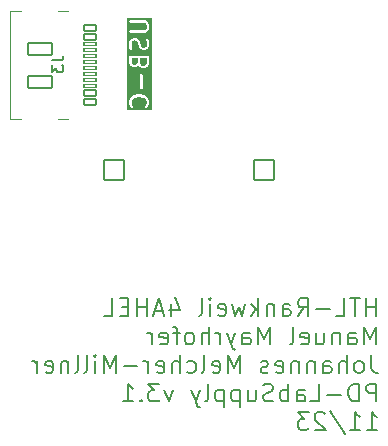
<source format=gbo>
%TF.GenerationSoftware,KiCad,Pcbnew,7.0.9-7.0.9~ubuntu22.04.1*%
%TF.CreationDate,2023-11-29T16:30:29+01:00*%
%TF.ProjectId,PD-LabSupply,50442d4c-6162-4537-9570-706c792e6b69,3.1*%
%TF.SameCoordinates,Original*%
%TF.FileFunction,Legend,Bot*%
%TF.FilePolarity,Positive*%
%FSLAX46Y46*%
G04 Gerber Fmt 4.6, Leading zero omitted, Abs format (unit mm)*
G04 Created by KiCad (PCBNEW 7.0.9-7.0.9~ubuntu22.04.1) date 2023-11-29 16:30:29*
%MOMM*%
%LPD*%
G01*
G04 APERTURE LIST*
G04 Aperture macros list*
%AMRoundRect*
0 Rectangle with rounded corners*
0 $1 Rounding radius*
0 $2 $3 $4 $5 $6 $7 $8 $9 X,Y pos of 4 corners*
0 Add a 4 corners polygon primitive as box body*
4,1,4,$2,$3,$4,$5,$6,$7,$8,$9,$2,$3,0*
0 Add four circle primitives for the rounded corners*
1,1,$1+$1,$2,$3*
1,1,$1+$1,$4,$5*
1,1,$1+$1,$6,$7*
1,1,$1+$1,$8,$9*
0 Add four rect primitives between the rounded corners*
20,1,$1+$1,$2,$3,$4,$5,0*
20,1,$1+$1,$4,$5,$6,$7,0*
20,1,$1+$1,$6,$7,$8,$9,0*
20,1,$1+$1,$8,$9,$2,$3,0*%
G04 Aperture macros list end*
%ADD10C,0.200000*%
%ADD11C,0.150000*%
%ADD12C,0.120000*%
%ADD13C,2.640000*%
%ADD14C,1.740000*%
%ADD15C,3.140000*%
%ADD16O,1.840000X1.840000*%
%ADD17RoundRect,0.070000X-0.850000X-0.850000X0.850000X-0.850000X0.850000X0.850000X-0.850000X0.850000X0*%
%ADD18RoundRect,0.070000X-0.850000X0.850000X-0.850000X-0.850000X0.850000X-0.850000X0.850000X0.850000X0*%
%ADD19RoundRect,0.070000X0.850000X-0.850000X0.850000X0.850000X-0.850000X0.850000X-0.850000X-0.850000X0*%
%ADD20O,1.740000X1.740000*%
%ADD21RoundRect,0.070000X0.800000X-0.800000X0.800000X0.800000X-0.800000X0.800000X-0.800000X-0.800000X0*%
%ADD22C,1.040000*%
%ADD23RoundRect,0.070000X-1.500000X1.500000X-1.500000X-1.500000X1.500000X-1.500000X1.500000X1.500000X0*%
%ADD24O,2.440000X1.440000*%
%ADD25O,2.740000X1.440000*%
%ADD26RoundRect,0.070000X0.500000X-0.260000X0.500000X0.260000X-0.500000X0.260000X-0.500000X-0.260000X0*%
%ADD27RoundRect,0.070000X0.500000X-0.135000X0.500000X0.135000X-0.500000X0.135000X-0.500000X-0.135000X0*%
%ADD28O,0.740000X0.990000*%
%ADD29RoundRect,0.070000X1.000000X-0.500000X1.000000X0.500000X-1.000000X0.500000X-1.000000X-0.500000X0*%
%ADD30C,0.740000*%
G04 APERTURE END LIST*
D10*
G36*
X90992828Y-48155542D02*
G01*
X90939214Y-48262769D01*
X90890734Y-48311249D01*
X90783507Y-48364863D01*
X90616435Y-48364863D01*
X90509207Y-48311249D01*
X90465944Y-48267986D01*
X90407114Y-48091493D01*
X90407114Y-47707720D01*
X90992828Y-47707720D01*
X90992828Y-48155542D01*
G37*
G36*
X90207114Y-48084113D02*
G01*
X90153499Y-48191342D01*
X90105021Y-48239819D01*
X89997792Y-48293435D01*
X89902149Y-48293435D01*
X89794919Y-48239819D01*
X89746442Y-48191341D01*
X89692828Y-48084113D01*
X89692828Y-47707720D01*
X90207114Y-47707720D01*
X90207114Y-48084113D01*
G37*
G36*
X91407114Y-52135061D02*
G01*
X89278542Y-52135061D01*
X89278542Y-51536292D01*
X89492828Y-51536292D01*
X89497836Y-51551707D01*
X89497960Y-51567915D01*
X89569389Y-51782201D01*
X89583079Y-51800747D01*
X89593546Y-51821289D01*
X89664974Y-51892716D01*
X89720041Y-51920775D01*
X89781084Y-51911107D01*
X89824786Y-51867405D01*
X89834454Y-51806362D01*
X89806395Y-51751295D01*
X89751659Y-51696558D01*
X89692828Y-51520064D01*
X89692828Y-51409662D01*
X89751659Y-51233168D01*
X89866348Y-51118478D01*
X89984876Y-51059213D01*
X90247994Y-50993435D01*
X90437662Y-50993435D01*
X90700778Y-51059213D01*
X90819308Y-51118478D01*
X90933997Y-51233167D01*
X90992828Y-51409660D01*
X90992828Y-51520066D01*
X90933997Y-51696559D01*
X90879261Y-51751295D01*
X90851202Y-51806362D01*
X90860870Y-51867404D01*
X90904571Y-51911107D01*
X90965614Y-51920775D01*
X91020681Y-51892717D01*
X91092110Y-51821289D01*
X91102575Y-51800749D01*
X91116268Y-51782201D01*
X91187696Y-51567915D01*
X91187819Y-51551707D01*
X91192828Y-51536292D01*
X91192828Y-51393435D01*
X91187819Y-51378019D01*
X91187696Y-51361812D01*
X91116268Y-51147526D01*
X91102575Y-51128977D01*
X91092110Y-51108438D01*
X90949252Y-50965581D01*
X90934811Y-50958223D01*
X90923263Y-50946849D01*
X90780407Y-50875420D01*
X90769384Y-50873759D01*
X90759938Y-50867849D01*
X90474224Y-50796421D01*
X90461808Y-50797281D01*
X90449971Y-50793435D01*
X90235685Y-50793435D01*
X90223847Y-50797281D01*
X90211431Y-50796421D01*
X89925718Y-50867849D01*
X89916271Y-50873759D01*
X89905249Y-50875420D01*
X89762392Y-50946849D01*
X89750842Y-50958224D01*
X89736403Y-50965582D01*
X89593546Y-51108438D01*
X89583079Y-51128979D01*
X89569389Y-51147526D01*
X89497960Y-51361812D01*
X89497836Y-51378019D01*
X89492828Y-51393435D01*
X89492828Y-51536292D01*
X89278542Y-51536292D01*
X89278542Y-50250578D01*
X90421400Y-50250578D01*
X90440498Y-50309357D01*
X90490498Y-50345684D01*
X90552302Y-50345684D01*
X90602302Y-50309357D01*
X90621400Y-50250578D01*
X90621400Y-49107720D01*
X90602302Y-49048941D01*
X90552302Y-49012614D01*
X90490498Y-49012614D01*
X90440498Y-49048941D01*
X90421400Y-49107720D01*
X90421400Y-50250578D01*
X89278542Y-50250578D01*
X89278542Y-48107720D01*
X89492828Y-48107720D01*
X89499951Y-48129643D01*
X89503385Y-48152441D01*
X89574814Y-48295299D01*
X89586187Y-48306846D01*
X89593546Y-48321289D01*
X89664974Y-48392716D01*
X89679413Y-48400073D01*
X89690963Y-48411449D01*
X89833820Y-48482878D01*
X89856618Y-48486311D01*
X89878542Y-48493435D01*
X90021400Y-48493435D01*
X90043323Y-48486311D01*
X90066122Y-48482878D01*
X90208978Y-48411449D01*
X90220525Y-48400075D01*
X90234968Y-48392717D01*
X90281269Y-48346414D01*
X90283674Y-48353628D01*
X90297363Y-48372173D01*
X90307831Y-48392717D01*
X90379260Y-48464146D01*
X90393702Y-48471504D01*
X90405250Y-48482878D01*
X90548107Y-48554306D01*
X90570904Y-48557739D01*
X90592828Y-48564863D01*
X90807114Y-48564863D01*
X90829037Y-48557739D01*
X90851835Y-48554306D01*
X90994692Y-48482878D01*
X91006239Y-48471504D01*
X91020682Y-48464146D01*
X91092111Y-48392717D01*
X91099469Y-48378274D01*
X91110843Y-48366727D01*
X91182271Y-48223870D01*
X91185704Y-48201072D01*
X91192828Y-48179149D01*
X91192828Y-47607720D01*
X91187934Y-47592657D01*
X91187934Y-47576818D01*
X91178624Y-47564004D01*
X91173730Y-47548941D01*
X91160916Y-47539631D01*
X91151607Y-47526818D01*
X91136543Y-47521923D01*
X91123730Y-47512614D01*
X91107891Y-47512614D01*
X91092828Y-47507720D01*
X89592828Y-47507720D01*
X89577765Y-47512614D01*
X89561926Y-47512614D01*
X89549112Y-47521923D01*
X89534049Y-47526818D01*
X89524739Y-47539631D01*
X89511926Y-47548941D01*
X89507031Y-47564004D01*
X89497722Y-47576818D01*
X89497722Y-47592657D01*
X89492828Y-47607720D01*
X89492828Y-48107720D01*
X89278542Y-48107720D01*
X89278542Y-46750578D01*
X89492828Y-46750578D01*
X89497836Y-46765993D01*
X89497960Y-46782201D01*
X89569389Y-46996487D01*
X89606094Y-47046210D01*
X89665016Y-47064861D01*
X89723648Y-47045317D01*
X89759595Y-46995043D01*
X89759125Y-46933241D01*
X89692828Y-46734350D01*
X89692828Y-46417043D01*
X89746444Y-46309811D01*
X89794920Y-46261334D01*
X89902149Y-46207721D01*
X89997793Y-46207721D01*
X90105021Y-46261334D01*
X90153498Y-46309811D01*
X90212763Y-46428340D01*
X90281528Y-46703402D01*
X90287438Y-46712848D01*
X90289099Y-46723870D01*
X90360528Y-46866728D01*
X90371902Y-46878276D01*
X90379261Y-46892718D01*
X90450690Y-46964146D01*
X90465129Y-46971503D01*
X90476678Y-46982878D01*
X90619535Y-47054307D01*
X90642333Y-47057740D01*
X90664257Y-47064864D01*
X90807114Y-47064864D01*
X90829037Y-47057740D01*
X90851836Y-47054307D01*
X90994692Y-46982878D01*
X91006240Y-46971503D01*
X91020681Y-46964146D01*
X91092110Y-46892718D01*
X91099468Y-46878277D01*
X91110843Y-46866728D01*
X91182271Y-46723870D01*
X91185704Y-46701072D01*
X91192828Y-46679149D01*
X91192828Y-46322007D01*
X91187819Y-46306591D01*
X91187696Y-46290384D01*
X91116268Y-46076098D01*
X91079563Y-46026375D01*
X91020641Y-46007723D01*
X90962009Y-46027267D01*
X90926062Y-46077542D01*
X90926532Y-46139344D01*
X90992828Y-46338232D01*
X90992828Y-46655542D01*
X90939213Y-46762771D01*
X90890737Y-46811247D01*
X90783506Y-46864864D01*
X90687864Y-46864864D01*
X90580633Y-46811248D01*
X90532156Y-46762771D01*
X90472893Y-46644245D01*
X90404128Y-46369182D01*
X90398217Y-46359735D01*
X90396557Y-46348713D01*
X90325128Y-46205856D01*
X90313753Y-46194307D01*
X90306396Y-46179868D01*
X90234968Y-46108439D01*
X90220526Y-46101080D01*
X90208978Y-46089706D01*
X90066121Y-46018278D01*
X90043323Y-46014844D01*
X90021400Y-46007721D01*
X89878542Y-46007721D01*
X89856618Y-46014844D01*
X89833821Y-46018278D01*
X89690964Y-46089706D01*
X89679415Y-46101080D01*
X89664974Y-46108439D01*
X89593546Y-46179868D01*
X89586188Y-46194308D01*
X89574814Y-46205857D01*
X89503385Y-46348713D01*
X89499951Y-46371511D01*
X89492828Y-46393435D01*
X89492828Y-46750578D01*
X89278542Y-46750578D01*
X89278542Y-45495765D01*
X89497722Y-45495765D01*
X89534049Y-45545765D01*
X89592828Y-45564863D01*
X90807114Y-45564863D01*
X90829037Y-45557739D01*
X90851835Y-45554306D01*
X90994692Y-45482878D01*
X91006239Y-45471504D01*
X91020682Y-45464146D01*
X91092111Y-45392717D01*
X91099469Y-45378274D01*
X91110843Y-45366727D01*
X91182271Y-45223870D01*
X91185704Y-45201072D01*
X91192828Y-45179149D01*
X91192828Y-44893435D01*
X91185704Y-44871511D01*
X91182271Y-44848714D01*
X91110843Y-44705857D01*
X91099469Y-44694309D01*
X91092111Y-44679867D01*
X91020682Y-44608438D01*
X91006239Y-44601079D01*
X90994692Y-44589706D01*
X90851836Y-44518277D01*
X90829037Y-44514843D01*
X90807114Y-44507720D01*
X89592828Y-44507720D01*
X89534049Y-44526818D01*
X89497722Y-44576818D01*
X89497722Y-44638622D01*
X89534049Y-44688622D01*
X89592828Y-44707720D01*
X90783506Y-44707720D01*
X90890734Y-44761334D01*
X90939214Y-44809814D01*
X90992828Y-44917041D01*
X90992828Y-45155542D01*
X90939214Y-45262769D01*
X90890734Y-45311249D01*
X90783507Y-45364863D01*
X89592828Y-45364863D01*
X89534049Y-45383961D01*
X89497722Y-45433961D01*
X89497722Y-45495765D01*
X89278542Y-45495765D01*
X89278542Y-44293434D01*
X91407114Y-44293434D01*
X91407114Y-52135061D01*
G37*
X110406879Y-69541628D02*
X110406879Y-68041628D01*
X110406879Y-68755914D02*
X109549736Y-68755914D01*
X109549736Y-69541628D02*
X109549736Y-68041628D01*
X109049735Y-68041628D02*
X108192593Y-68041628D01*
X108621164Y-69541628D02*
X108621164Y-68041628D01*
X106978307Y-69541628D02*
X107692593Y-69541628D01*
X107692593Y-69541628D02*
X107692593Y-68041628D01*
X106478307Y-68970200D02*
X105335450Y-68970200D01*
X103764021Y-69541628D02*
X104264021Y-68827342D01*
X104621164Y-69541628D02*
X104621164Y-68041628D01*
X104621164Y-68041628D02*
X104049735Y-68041628D01*
X104049735Y-68041628D02*
X103906878Y-68113057D01*
X103906878Y-68113057D02*
X103835449Y-68184485D01*
X103835449Y-68184485D02*
X103764021Y-68327342D01*
X103764021Y-68327342D02*
X103764021Y-68541628D01*
X103764021Y-68541628D02*
X103835449Y-68684485D01*
X103835449Y-68684485D02*
X103906878Y-68755914D01*
X103906878Y-68755914D02*
X104049735Y-68827342D01*
X104049735Y-68827342D02*
X104621164Y-68827342D01*
X102478307Y-69541628D02*
X102478307Y-68755914D01*
X102478307Y-68755914D02*
X102549735Y-68613057D01*
X102549735Y-68613057D02*
X102692592Y-68541628D01*
X102692592Y-68541628D02*
X102978307Y-68541628D01*
X102978307Y-68541628D02*
X103121164Y-68613057D01*
X102478307Y-69470200D02*
X102621164Y-69541628D01*
X102621164Y-69541628D02*
X102978307Y-69541628D01*
X102978307Y-69541628D02*
X103121164Y-69470200D01*
X103121164Y-69470200D02*
X103192592Y-69327342D01*
X103192592Y-69327342D02*
X103192592Y-69184485D01*
X103192592Y-69184485D02*
X103121164Y-69041628D01*
X103121164Y-69041628D02*
X102978307Y-68970200D01*
X102978307Y-68970200D02*
X102621164Y-68970200D01*
X102621164Y-68970200D02*
X102478307Y-68898771D01*
X101764021Y-68541628D02*
X101764021Y-69541628D01*
X101764021Y-68684485D02*
X101692592Y-68613057D01*
X101692592Y-68613057D02*
X101549735Y-68541628D01*
X101549735Y-68541628D02*
X101335449Y-68541628D01*
X101335449Y-68541628D02*
X101192592Y-68613057D01*
X101192592Y-68613057D02*
X101121164Y-68755914D01*
X101121164Y-68755914D02*
X101121164Y-69541628D01*
X100406878Y-69541628D02*
X100406878Y-68041628D01*
X100264021Y-68970200D02*
X99835449Y-69541628D01*
X99835449Y-68541628D02*
X100406878Y-69113057D01*
X99335449Y-68541628D02*
X99049735Y-69541628D01*
X99049735Y-69541628D02*
X98764020Y-68827342D01*
X98764020Y-68827342D02*
X98478306Y-69541628D01*
X98478306Y-69541628D02*
X98192592Y-68541628D01*
X97049734Y-69470200D02*
X97192591Y-69541628D01*
X97192591Y-69541628D02*
X97478306Y-69541628D01*
X97478306Y-69541628D02*
X97621163Y-69470200D01*
X97621163Y-69470200D02*
X97692591Y-69327342D01*
X97692591Y-69327342D02*
X97692591Y-68755914D01*
X97692591Y-68755914D02*
X97621163Y-68613057D01*
X97621163Y-68613057D02*
X97478306Y-68541628D01*
X97478306Y-68541628D02*
X97192591Y-68541628D01*
X97192591Y-68541628D02*
X97049734Y-68613057D01*
X97049734Y-68613057D02*
X96978306Y-68755914D01*
X96978306Y-68755914D02*
X96978306Y-68898771D01*
X96978306Y-68898771D02*
X97692591Y-69041628D01*
X96335449Y-69541628D02*
X96335449Y-68541628D01*
X96335449Y-68041628D02*
X96406877Y-68113057D01*
X96406877Y-68113057D02*
X96335449Y-68184485D01*
X96335449Y-68184485D02*
X96264020Y-68113057D01*
X96264020Y-68113057D02*
X96335449Y-68041628D01*
X96335449Y-68041628D02*
X96335449Y-68184485D01*
X95406877Y-69541628D02*
X95549734Y-69470200D01*
X95549734Y-69470200D02*
X95621163Y-69327342D01*
X95621163Y-69327342D02*
X95621163Y-68041628D01*
X93049735Y-68541628D02*
X93049735Y-69541628D01*
X93406877Y-67970200D02*
X93764020Y-69041628D01*
X93764020Y-69041628D02*
X92835449Y-69041628D01*
X92335449Y-69113057D02*
X91621164Y-69113057D01*
X92478306Y-69541628D02*
X91978306Y-68041628D01*
X91978306Y-68041628D02*
X91478306Y-69541628D01*
X90978307Y-69541628D02*
X90978307Y-68041628D01*
X90978307Y-68755914D02*
X90121164Y-68755914D01*
X90121164Y-69541628D02*
X90121164Y-68041628D01*
X89406878Y-68755914D02*
X88906878Y-68755914D01*
X88692592Y-69541628D02*
X89406878Y-69541628D01*
X89406878Y-69541628D02*
X89406878Y-68041628D01*
X89406878Y-68041628D02*
X88692592Y-68041628D01*
X87335449Y-69541628D02*
X88049735Y-69541628D01*
X88049735Y-69541628D02*
X88049735Y-68041628D01*
X110406879Y-71956628D02*
X110406879Y-70456628D01*
X110406879Y-70456628D02*
X109906879Y-71528057D01*
X109906879Y-71528057D02*
X109406879Y-70456628D01*
X109406879Y-70456628D02*
X109406879Y-71956628D01*
X108049736Y-71956628D02*
X108049736Y-71170914D01*
X108049736Y-71170914D02*
X108121164Y-71028057D01*
X108121164Y-71028057D02*
X108264021Y-70956628D01*
X108264021Y-70956628D02*
X108549736Y-70956628D01*
X108549736Y-70956628D02*
X108692593Y-71028057D01*
X108049736Y-71885200D02*
X108192593Y-71956628D01*
X108192593Y-71956628D02*
X108549736Y-71956628D01*
X108549736Y-71956628D02*
X108692593Y-71885200D01*
X108692593Y-71885200D02*
X108764021Y-71742342D01*
X108764021Y-71742342D02*
X108764021Y-71599485D01*
X108764021Y-71599485D02*
X108692593Y-71456628D01*
X108692593Y-71456628D02*
X108549736Y-71385200D01*
X108549736Y-71385200D02*
X108192593Y-71385200D01*
X108192593Y-71385200D02*
X108049736Y-71313771D01*
X107335450Y-70956628D02*
X107335450Y-71956628D01*
X107335450Y-71099485D02*
X107264021Y-71028057D01*
X107264021Y-71028057D02*
X107121164Y-70956628D01*
X107121164Y-70956628D02*
X106906878Y-70956628D01*
X106906878Y-70956628D02*
X106764021Y-71028057D01*
X106764021Y-71028057D02*
X106692593Y-71170914D01*
X106692593Y-71170914D02*
X106692593Y-71956628D01*
X105335450Y-70956628D02*
X105335450Y-71956628D01*
X105978307Y-70956628D02*
X105978307Y-71742342D01*
X105978307Y-71742342D02*
X105906878Y-71885200D01*
X105906878Y-71885200D02*
X105764021Y-71956628D01*
X105764021Y-71956628D02*
X105549735Y-71956628D01*
X105549735Y-71956628D02*
X105406878Y-71885200D01*
X105406878Y-71885200D02*
X105335450Y-71813771D01*
X104049735Y-71885200D02*
X104192592Y-71956628D01*
X104192592Y-71956628D02*
X104478307Y-71956628D01*
X104478307Y-71956628D02*
X104621164Y-71885200D01*
X104621164Y-71885200D02*
X104692592Y-71742342D01*
X104692592Y-71742342D02*
X104692592Y-71170914D01*
X104692592Y-71170914D02*
X104621164Y-71028057D01*
X104621164Y-71028057D02*
X104478307Y-70956628D01*
X104478307Y-70956628D02*
X104192592Y-70956628D01*
X104192592Y-70956628D02*
X104049735Y-71028057D01*
X104049735Y-71028057D02*
X103978307Y-71170914D01*
X103978307Y-71170914D02*
X103978307Y-71313771D01*
X103978307Y-71313771D02*
X104692592Y-71456628D01*
X103121164Y-71956628D02*
X103264021Y-71885200D01*
X103264021Y-71885200D02*
X103335450Y-71742342D01*
X103335450Y-71742342D02*
X103335450Y-70456628D01*
X101406879Y-71956628D02*
X101406879Y-70456628D01*
X101406879Y-70456628D02*
X100906879Y-71528057D01*
X100906879Y-71528057D02*
X100406879Y-70456628D01*
X100406879Y-70456628D02*
X100406879Y-71956628D01*
X99049736Y-71956628D02*
X99049736Y-71170914D01*
X99049736Y-71170914D02*
X99121164Y-71028057D01*
X99121164Y-71028057D02*
X99264021Y-70956628D01*
X99264021Y-70956628D02*
X99549736Y-70956628D01*
X99549736Y-70956628D02*
X99692593Y-71028057D01*
X99049736Y-71885200D02*
X99192593Y-71956628D01*
X99192593Y-71956628D02*
X99549736Y-71956628D01*
X99549736Y-71956628D02*
X99692593Y-71885200D01*
X99692593Y-71885200D02*
X99764021Y-71742342D01*
X99764021Y-71742342D02*
X99764021Y-71599485D01*
X99764021Y-71599485D02*
X99692593Y-71456628D01*
X99692593Y-71456628D02*
X99549736Y-71385200D01*
X99549736Y-71385200D02*
X99192593Y-71385200D01*
X99192593Y-71385200D02*
X99049736Y-71313771D01*
X98478307Y-70956628D02*
X98121164Y-71956628D01*
X97764021Y-70956628D02*
X98121164Y-71956628D01*
X98121164Y-71956628D02*
X98264021Y-72313771D01*
X98264021Y-72313771D02*
X98335450Y-72385200D01*
X98335450Y-72385200D02*
X98478307Y-72456628D01*
X97192593Y-71956628D02*
X97192593Y-70956628D01*
X97192593Y-71242342D02*
X97121164Y-71099485D01*
X97121164Y-71099485D02*
X97049736Y-71028057D01*
X97049736Y-71028057D02*
X96906878Y-70956628D01*
X96906878Y-70956628D02*
X96764021Y-70956628D01*
X96264022Y-71956628D02*
X96264022Y-70456628D01*
X95621165Y-71956628D02*
X95621165Y-71170914D01*
X95621165Y-71170914D02*
X95692593Y-71028057D01*
X95692593Y-71028057D02*
X95835450Y-70956628D01*
X95835450Y-70956628D02*
X96049736Y-70956628D01*
X96049736Y-70956628D02*
X96192593Y-71028057D01*
X96192593Y-71028057D02*
X96264022Y-71099485D01*
X94692593Y-71956628D02*
X94835450Y-71885200D01*
X94835450Y-71885200D02*
X94906879Y-71813771D01*
X94906879Y-71813771D02*
X94978307Y-71670914D01*
X94978307Y-71670914D02*
X94978307Y-71242342D01*
X94978307Y-71242342D02*
X94906879Y-71099485D01*
X94906879Y-71099485D02*
X94835450Y-71028057D01*
X94835450Y-71028057D02*
X94692593Y-70956628D01*
X94692593Y-70956628D02*
X94478307Y-70956628D01*
X94478307Y-70956628D02*
X94335450Y-71028057D01*
X94335450Y-71028057D02*
X94264022Y-71099485D01*
X94264022Y-71099485D02*
X94192593Y-71242342D01*
X94192593Y-71242342D02*
X94192593Y-71670914D01*
X94192593Y-71670914D02*
X94264022Y-71813771D01*
X94264022Y-71813771D02*
X94335450Y-71885200D01*
X94335450Y-71885200D02*
X94478307Y-71956628D01*
X94478307Y-71956628D02*
X94692593Y-71956628D01*
X93764021Y-70956628D02*
X93192593Y-70956628D01*
X93549736Y-71956628D02*
X93549736Y-70670914D01*
X93549736Y-70670914D02*
X93478307Y-70528057D01*
X93478307Y-70528057D02*
X93335450Y-70456628D01*
X93335450Y-70456628D02*
X93192593Y-70456628D01*
X92121164Y-71885200D02*
X92264021Y-71956628D01*
X92264021Y-71956628D02*
X92549736Y-71956628D01*
X92549736Y-71956628D02*
X92692593Y-71885200D01*
X92692593Y-71885200D02*
X92764021Y-71742342D01*
X92764021Y-71742342D02*
X92764021Y-71170914D01*
X92764021Y-71170914D02*
X92692593Y-71028057D01*
X92692593Y-71028057D02*
X92549736Y-70956628D01*
X92549736Y-70956628D02*
X92264021Y-70956628D01*
X92264021Y-70956628D02*
X92121164Y-71028057D01*
X92121164Y-71028057D02*
X92049736Y-71170914D01*
X92049736Y-71170914D02*
X92049736Y-71313771D01*
X92049736Y-71313771D02*
X92764021Y-71456628D01*
X91406879Y-71956628D02*
X91406879Y-70956628D01*
X91406879Y-71242342D02*
X91335450Y-71099485D01*
X91335450Y-71099485D02*
X91264022Y-71028057D01*
X91264022Y-71028057D02*
X91121164Y-70956628D01*
X91121164Y-70956628D02*
X90978307Y-70956628D01*
X109978307Y-72871628D02*
X109978307Y-73943057D01*
X109978307Y-73943057D02*
X110049736Y-74157342D01*
X110049736Y-74157342D02*
X110192593Y-74300200D01*
X110192593Y-74300200D02*
X110406879Y-74371628D01*
X110406879Y-74371628D02*
X110549736Y-74371628D01*
X109049736Y-74371628D02*
X109192593Y-74300200D01*
X109192593Y-74300200D02*
X109264022Y-74228771D01*
X109264022Y-74228771D02*
X109335450Y-74085914D01*
X109335450Y-74085914D02*
X109335450Y-73657342D01*
X109335450Y-73657342D02*
X109264022Y-73514485D01*
X109264022Y-73514485D02*
X109192593Y-73443057D01*
X109192593Y-73443057D02*
X109049736Y-73371628D01*
X109049736Y-73371628D02*
X108835450Y-73371628D01*
X108835450Y-73371628D02*
X108692593Y-73443057D01*
X108692593Y-73443057D02*
X108621165Y-73514485D01*
X108621165Y-73514485D02*
X108549736Y-73657342D01*
X108549736Y-73657342D02*
X108549736Y-74085914D01*
X108549736Y-74085914D02*
X108621165Y-74228771D01*
X108621165Y-74228771D02*
X108692593Y-74300200D01*
X108692593Y-74300200D02*
X108835450Y-74371628D01*
X108835450Y-74371628D02*
X109049736Y-74371628D01*
X107906879Y-74371628D02*
X107906879Y-72871628D01*
X107264022Y-74371628D02*
X107264022Y-73585914D01*
X107264022Y-73585914D02*
X107335450Y-73443057D01*
X107335450Y-73443057D02*
X107478307Y-73371628D01*
X107478307Y-73371628D02*
X107692593Y-73371628D01*
X107692593Y-73371628D02*
X107835450Y-73443057D01*
X107835450Y-73443057D02*
X107906879Y-73514485D01*
X105906879Y-74371628D02*
X105906879Y-73585914D01*
X105906879Y-73585914D02*
X105978307Y-73443057D01*
X105978307Y-73443057D02*
X106121164Y-73371628D01*
X106121164Y-73371628D02*
X106406879Y-73371628D01*
X106406879Y-73371628D02*
X106549736Y-73443057D01*
X105906879Y-74300200D02*
X106049736Y-74371628D01*
X106049736Y-74371628D02*
X106406879Y-74371628D01*
X106406879Y-74371628D02*
X106549736Y-74300200D01*
X106549736Y-74300200D02*
X106621164Y-74157342D01*
X106621164Y-74157342D02*
X106621164Y-74014485D01*
X106621164Y-74014485D02*
X106549736Y-73871628D01*
X106549736Y-73871628D02*
X106406879Y-73800200D01*
X106406879Y-73800200D02*
X106049736Y-73800200D01*
X106049736Y-73800200D02*
X105906879Y-73728771D01*
X105192593Y-73371628D02*
X105192593Y-74371628D01*
X105192593Y-73514485D02*
X105121164Y-73443057D01*
X105121164Y-73443057D02*
X104978307Y-73371628D01*
X104978307Y-73371628D02*
X104764021Y-73371628D01*
X104764021Y-73371628D02*
X104621164Y-73443057D01*
X104621164Y-73443057D02*
X104549736Y-73585914D01*
X104549736Y-73585914D02*
X104549736Y-74371628D01*
X103835450Y-73371628D02*
X103835450Y-74371628D01*
X103835450Y-73514485D02*
X103764021Y-73443057D01*
X103764021Y-73443057D02*
X103621164Y-73371628D01*
X103621164Y-73371628D02*
X103406878Y-73371628D01*
X103406878Y-73371628D02*
X103264021Y-73443057D01*
X103264021Y-73443057D02*
X103192593Y-73585914D01*
X103192593Y-73585914D02*
X103192593Y-74371628D01*
X101906878Y-74300200D02*
X102049735Y-74371628D01*
X102049735Y-74371628D02*
X102335450Y-74371628D01*
X102335450Y-74371628D02*
X102478307Y-74300200D01*
X102478307Y-74300200D02*
X102549735Y-74157342D01*
X102549735Y-74157342D02*
X102549735Y-73585914D01*
X102549735Y-73585914D02*
X102478307Y-73443057D01*
X102478307Y-73443057D02*
X102335450Y-73371628D01*
X102335450Y-73371628D02*
X102049735Y-73371628D01*
X102049735Y-73371628D02*
X101906878Y-73443057D01*
X101906878Y-73443057D02*
X101835450Y-73585914D01*
X101835450Y-73585914D02*
X101835450Y-73728771D01*
X101835450Y-73728771D02*
X102549735Y-73871628D01*
X101264021Y-74300200D02*
X101121164Y-74371628D01*
X101121164Y-74371628D02*
X100835450Y-74371628D01*
X100835450Y-74371628D02*
X100692593Y-74300200D01*
X100692593Y-74300200D02*
X100621164Y-74157342D01*
X100621164Y-74157342D02*
X100621164Y-74085914D01*
X100621164Y-74085914D02*
X100692593Y-73943057D01*
X100692593Y-73943057D02*
X100835450Y-73871628D01*
X100835450Y-73871628D02*
X101049736Y-73871628D01*
X101049736Y-73871628D02*
X101192593Y-73800200D01*
X101192593Y-73800200D02*
X101264021Y-73657342D01*
X101264021Y-73657342D02*
X101264021Y-73585914D01*
X101264021Y-73585914D02*
X101192593Y-73443057D01*
X101192593Y-73443057D02*
X101049736Y-73371628D01*
X101049736Y-73371628D02*
X100835450Y-73371628D01*
X100835450Y-73371628D02*
X100692593Y-73443057D01*
X98835450Y-74371628D02*
X98835450Y-72871628D01*
X98835450Y-72871628D02*
X98335450Y-73943057D01*
X98335450Y-73943057D02*
X97835450Y-72871628D01*
X97835450Y-72871628D02*
X97835450Y-74371628D01*
X96549735Y-74300200D02*
X96692592Y-74371628D01*
X96692592Y-74371628D02*
X96978307Y-74371628D01*
X96978307Y-74371628D02*
X97121164Y-74300200D01*
X97121164Y-74300200D02*
X97192592Y-74157342D01*
X97192592Y-74157342D02*
X97192592Y-73585914D01*
X97192592Y-73585914D02*
X97121164Y-73443057D01*
X97121164Y-73443057D02*
X96978307Y-73371628D01*
X96978307Y-73371628D02*
X96692592Y-73371628D01*
X96692592Y-73371628D02*
X96549735Y-73443057D01*
X96549735Y-73443057D02*
X96478307Y-73585914D01*
X96478307Y-73585914D02*
X96478307Y-73728771D01*
X96478307Y-73728771D02*
X97192592Y-73871628D01*
X95621164Y-74371628D02*
X95764021Y-74300200D01*
X95764021Y-74300200D02*
X95835450Y-74157342D01*
X95835450Y-74157342D02*
X95835450Y-72871628D01*
X94406879Y-74300200D02*
X94549736Y-74371628D01*
X94549736Y-74371628D02*
X94835450Y-74371628D01*
X94835450Y-74371628D02*
X94978307Y-74300200D01*
X94978307Y-74300200D02*
X95049736Y-74228771D01*
X95049736Y-74228771D02*
X95121164Y-74085914D01*
X95121164Y-74085914D02*
X95121164Y-73657342D01*
X95121164Y-73657342D02*
X95049736Y-73514485D01*
X95049736Y-73514485D02*
X94978307Y-73443057D01*
X94978307Y-73443057D02*
X94835450Y-73371628D01*
X94835450Y-73371628D02*
X94549736Y-73371628D01*
X94549736Y-73371628D02*
X94406879Y-73443057D01*
X93764022Y-74371628D02*
X93764022Y-72871628D01*
X93121165Y-74371628D02*
X93121165Y-73585914D01*
X93121165Y-73585914D02*
X93192593Y-73443057D01*
X93192593Y-73443057D02*
X93335450Y-73371628D01*
X93335450Y-73371628D02*
X93549736Y-73371628D01*
X93549736Y-73371628D02*
X93692593Y-73443057D01*
X93692593Y-73443057D02*
X93764022Y-73514485D01*
X91835450Y-74300200D02*
X91978307Y-74371628D01*
X91978307Y-74371628D02*
X92264022Y-74371628D01*
X92264022Y-74371628D02*
X92406879Y-74300200D01*
X92406879Y-74300200D02*
X92478307Y-74157342D01*
X92478307Y-74157342D02*
X92478307Y-73585914D01*
X92478307Y-73585914D02*
X92406879Y-73443057D01*
X92406879Y-73443057D02*
X92264022Y-73371628D01*
X92264022Y-73371628D02*
X91978307Y-73371628D01*
X91978307Y-73371628D02*
X91835450Y-73443057D01*
X91835450Y-73443057D02*
X91764022Y-73585914D01*
X91764022Y-73585914D02*
X91764022Y-73728771D01*
X91764022Y-73728771D02*
X92478307Y-73871628D01*
X91121165Y-74371628D02*
X91121165Y-73371628D01*
X91121165Y-73657342D02*
X91049736Y-73514485D01*
X91049736Y-73514485D02*
X90978308Y-73443057D01*
X90978308Y-73443057D02*
X90835450Y-73371628D01*
X90835450Y-73371628D02*
X90692593Y-73371628D01*
X90192594Y-73800200D02*
X89049737Y-73800200D01*
X88335451Y-74371628D02*
X88335451Y-72871628D01*
X88335451Y-72871628D02*
X87835451Y-73943057D01*
X87835451Y-73943057D02*
X87335451Y-72871628D01*
X87335451Y-72871628D02*
X87335451Y-74371628D01*
X86621165Y-74371628D02*
X86621165Y-73371628D01*
X86621165Y-72871628D02*
X86692593Y-72943057D01*
X86692593Y-72943057D02*
X86621165Y-73014485D01*
X86621165Y-73014485D02*
X86549736Y-72943057D01*
X86549736Y-72943057D02*
X86621165Y-72871628D01*
X86621165Y-72871628D02*
X86621165Y-73014485D01*
X85692593Y-74371628D02*
X85835450Y-74300200D01*
X85835450Y-74300200D02*
X85906879Y-74157342D01*
X85906879Y-74157342D02*
X85906879Y-72871628D01*
X84906879Y-74371628D02*
X85049736Y-74300200D01*
X85049736Y-74300200D02*
X85121165Y-74157342D01*
X85121165Y-74157342D02*
X85121165Y-72871628D01*
X84335451Y-73371628D02*
X84335451Y-74371628D01*
X84335451Y-73514485D02*
X84264022Y-73443057D01*
X84264022Y-73443057D02*
X84121165Y-73371628D01*
X84121165Y-73371628D02*
X83906879Y-73371628D01*
X83906879Y-73371628D02*
X83764022Y-73443057D01*
X83764022Y-73443057D02*
X83692594Y-73585914D01*
X83692594Y-73585914D02*
X83692594Y-74371628D01*
X82406879Y-74300200D02*
X82549736Y-74371628D01*
X82549736Y-74371628D02*
X82835451Y-74371628D01*
X82835451Y-74371628D02*
X82978308Y-74300200D01*
X82978308Y-74300200D02*
X83049736Y-74157342D01*
X83049736Y-74157342D02*
X83049736Y-73585914D01*
X83049736Y-73585914D02*
X82978308Y-73443057D01*
X82978308Y-73443057D02*
X82835451Y-73371628D01*
X82835451Y-73371628D02*
X82549736Y-73371628D01*
X82549736Y-73371628D02*
X82406879Y-73443057D01*
X82406879Y-73443057D02*
X82335451Y-73585914D01*
X82335451Y-73585914D02*
X82335451Y-73728771D01*
X82335451Y-73728771D02*
X83049736Y-73871628D01*
X81692594Y-74371628D02*
X81692594Y-73371628D01*
X81692594Y-73657342D02*
X81621165Y-73514485D01*
X81621165Y-73514485D02*
X81549737Y-73443057D01*
X81549737Y-73443057D02*
X81406879Y-73371628D01*
X81406879Y-73371628D02*
X81264022Y-73371628D01*
X110406879Y-76786628D02*
X110406879Y-75286628D01*
X110406879Y-75286628D02*
X109835450Y-75286628D01*
X109835450Y-75286628D02*
X109692593Y-75358057D01*
X109692593Y-75358057D02*
X109621164Y-75429485D01*
X109621164Y-75429485D02*
X109549736Y-75572342D01*
X109549736Y-75572342D02*
X109549736Y-75786628D01*
X109549736Y-75786628D02*
X109621164Y-75929485D01*
X109621164Y-75929485D02*
X109692593Y-76000914D01*
X109692593Y-76000914D02*
X109835450Y-76072342D01*
X109835450Y-76072342D02*
X110406879Y-76072342D01*
X108906879Y-76786628D02*
X108906879Y-75286628D01*
X108906879Y-75286628D02*
X108549736Y-75286628D01*
X108549736Y-75286628D02*
X108335450Y-75358057D01*
X108335450Y-75358057D02*
X108192593Y-75500914D01*
X108192593Y-75500914D02*
X108121164Y-75643771D01*
X108121164Y-75643771D02*
X108049736Y-75929485D01*
X108049736Y-75929485D02*
X108049736Y-76143771D01*
X108049736Y-76143771D02*
X108121164Y-76429485D01*
X108121164Y-76429485D02*
X108192593Y-76572342D01*
X108192593Y-76572342D02*
X108335450Y-76715200D01*
X108335450Y-76715200D02*
X108549736Y-76786628D01*
X108549736Y-76786628D02*
X108906879Y-76786628D01*
X107406879Y-76215200D02*
X106264022Y-76215200D01*
X104835450Y-76786628D02*
X105549736Y-76786628D01*
X105549736Y-76786628D02*
X105549736Y-75286628D01*
X103692593Y-76786628D02*
X103692593Y-76000914D01*
X103692593Y-76000914D02*
X103764021Y-75858057D01*
X103764021Y-75858057D02*
X103906878Y-75786628D01*
X103906878Y-75786628D02*
X104192593Y-75786628D01*
X104192593Y-75786628D02*
X104335450Y-75858057D01*
X103692593Y-76715200D02*
X103835450Y-76786628D01*
X103835450Y-76786628D02*
X104192593Y-76786628D01*
X104192593Y-76786628D02*
X104335450Y-76715200D01*
X104335450Y-76715200D02*
X104406878Y-76572342D01*
X104406878Y-76572342D02*
X104406878Y-76429485D01*
X104406878Y-76429485D02*
X104335450Y-76286628D01*
X104335450Y-76286628D02*
X104192593Y-76215200D01*
X104192593Y-76215200D02*
X103835450Y-76215200D01*
X103835450Y-76215200D02*
X103692593Y-76143771D01*
X102978307Y-76786628D02*
X102978307Y-75286628D01*
X102978307Y-75858057D02*
X102835450Y-75786628D01*
X102835450Y-75786628D02*
X102549735Y-75786628D01*
X102549735Y-75786628D02*
X102406878Y-75858057D01*
X102406878Y-75858057D02*
X102335450Y-75929485D01*
X102335450Y-75929485D02*
X102264021Y-76072342D01*
X102264021Y-76072342D02*
X102264021Y-76500914D01*
X102264021Y-76500914D02*
X102335450Y-76643771D01*
X102335450Y-76643771D02*
X102406878Y-76715200D01*
X102406878Y-76715200D02*
X102549735Y-76786628D01*
X102549735Y-76786628D02*
X102835450Y-76786628D01*
X102835450Y-76786628D02*
X102978307Y-76715200D01*
X101692592Y-76715200D02*
X101478307Y-76786628D01*
X101478307Y-76786628D02*
X101121164Y-76786628D01*
X101121164Y-76786628D02*
X100978307Y-76715200D01*
X100978307Y-76715200D02*
X100906878Y-76643771D01*
X100906878Y-76643771D02*
X100835449Y-76500914D01*
X100835449Y-76500914D02*
X100835449Y-76358057D01*
X100835449Y-76358057D02*
X100906878Y-76215200D01*
X100906878Y-76215200D02*
X100978307Y-76143771D01*
X100978307Y-76143771D02*
X101121164Y-76072342D01*
X101121164Y-76072342D02*
X101406878Y-76000914D01*
X101406878Y-76000914D02*
X101549735Y-75929485D01*
X101549735Y-75929485D02*
X101621164Y-75858057D01*
X101621164Y-75858057D02*
X101692592Y-75715200D01*
X101692592Y-75715200D02*
X101692592Y-75572342D01*
X101692592Y-75572342D02*
X101621164Y-75429485D01*
X101621164Y-75429485D02*
X101549735Y-75358057D01*
X101549735Y-75358057D02*
X101406878Y-75286628D01*
X101406878Y-75286628D02*
X101049735Y-75286628D01*
X101049735Y-75286628D02*
X100835449Y-75358057D01*
X99549736Y-75786628D02*
X99549736Y-76786628D01*
X100192593Y-75786628D02*
X100192593Y-76572342D01*
X100192593Y-76572342D02*
X100121164Y-76715200D01*
X100121164Y-76715200D02*
X99978307Y-76786628D01*
X99978307Y-76786628D02*
X99764021Y-76786628D01*
X99764021Y-76786628D02*
X99621164Y-76715200D01*
X99621164Y-76715200D02*
X99549736Y-76643771D01*
X98835450Y-75786628D02*
X98835450Y-77286628D01*
X98835450Y-75858057D02*
X98692593Y-75786628D01*
X98692593Y-75786628D02*
X98406878Y-75786628D01*
X98406878Y-75786628D02*
X98264021Y-75858057D01*
X98264021Y-75858057D02*
X98192593Y-75929485D01*
X98192593Y-75929485D02*
X98121164Y-76072342D01*
X98121164Y-76072342D02*
X98121164Y-76500914D01*
X98121164Y-76500914D02*
X98192593Y-76643771D01*
X98192593Y-76643771D02*
X98264021Y-76715200D01*
X98264021Y-76715200D02*
X98406878Y-76786628D01*
X98406878Y-76786628D02*
X98692593Y-76786628D01*
X98692593Y-76786628D02*
X98835450Y-76715200D01*
X97478307Y-75786628D02*
X97478307Y-77286628D01*
X97478307Y-75858057D02*
X97335450Y-75786628D01*
X97335450Y-75786628D02*
X97049735Y-75786628D01*
X97049735Y-75786628D02*
X96906878Y-75858057D01*
X96906878Y-75858057D02*
X96835450Y-75929485D01*
X96835450Y-75929485D02*
X96764021Y-76072342D01*
X96764021Y-76072342D02*
X96764021Y-76500914D01*
X96764021Y-76500914D02*
X96835450Y-76643771D01*
X96835450Y-76643771D02*
X96906878Y-76715200D01*
X96906878Y-76715200D02*
X97049735Y-76786628D01*
X97049735Y-76786628D02*
X97335450Y-76786628D01*
X97335450Y-76786628D02*
X97478307Y-76715200D01*
X95906878Y-76786628D02*
X96049735Y-76715200D01*
X96049735Y-76715200D02*
X96121164Y-76572342D01*
X96121164Y-76572342D02*
X96121164Y-75286628D01*
X95478307Y-75786628D02*
X95121164Y-76786628D01*
X94764021Y-75786628D02*
X95121164Y-76786628D01*
X95121164Y-76786628D02*
X95264021Y-77143771D01*
X95264021Y-77143771D02*
X95335450Y-77215200D01*
X95335450Y-77215200D02*
X95478307Y-77286628D01*
X93192593Y-75786628D02*
X92835450Y-76786628D01*
X92835450Y-76786628D02*
X92478307Y-75786628D01*
X92049736Y-75286628D02*
X91121164Y-75286628D01*
X91121164Y-75286628D02*
X91621164Y-75858057D01*
X91621164Y-75858057D02*
X91406879Y-75858057D01*
X91406879Y-75858057D02*
X91264022Y-75929485D01*
X91264022Y-75929485D02*
X91192593Y-76000914D01*
X91192593Y-76000914D02*
X91121164Y-76143771D01*
X91121164Y-76143771D02*
X91121164Y-76500914D01*
X91121164Y-76500914D02*
X91192593Y-76643771D01*
X91192593Y-76643771D02*
X91264022Y-76715200D01*
X91264022Y-76715200D02*
X91406879Y-76786628D01*
X91406879Y-76786628D02*
X91835450Y-76786628D01*
X91835450Y-76786628D02*
X91978307Y-76715200D01*
X91978307Y-76715200D02*
X92049736Y-76643771D01*
X90478308Y-76643771D02*
X90406879Y-76715200D01*
X90406879Y-76715200D02*
X90478308Y-76786628D01*
X90478308Y-76786628D02*
X90549736Y-76715200D01*
X90549736Y-76715200D02*
X90478308Y-76643771D01*
X90478308Y-76643771D02*
X90478308Y-76786628D01*
X88978307Y-76786628D02*
X89835450Y-76786628D01*
X89406879Y-76786628D02*
X89406879Y-75286628D01*
X89406879Y-75286628D02*
X89549736Y-75500914D01*
X89549736Y-75500914D02*
X89692593Y-75643771D01*
X89692593Y-75643771D02*
X89835450Y-75715200D01*
X109621164Y-79201628D02*
X110478307Y-79201628D01*
X110049736Y-79201628D02*
X110049736Y-77701628D01*
X110049736Y-77701628D02*
X110192593Y-77915914D01*
X110192593Y-77915914D02*
X110335450Y-78058771D01*
X110335450Y-78058771D02*
X110478307Y-78130200D01*
X108192593Y-79201628D02*
X109049736Y-79201628D01*
X108621165Y-79201628D02*
X108621165Y-77701628D01*
X108621165Y-77701628D02*
X108764022Y-77915914D01*
X108764022Y-77915914D02*
X108906879Y-78058771D01*
X108906879Y-78058771D02*
X109049736Y-78130200D01*
X106478308Y-77630200D02*
X107764022Y-79558771D01*
X106049736Y-77844485D02*
X105978308Y-77773057D01*
X105978308Y-77773057D02*
X105835451Y-77701628D01*
X105835451Y-77701628D02*
X105478308Y-77701628D01*
X105478308Y-77701628D02*
X105335451Y-77773057D01*
X105335451Y-77773057D02*
X105264022Y-77844485D01*
X105264022Y-77844485D02*
X105192593Y-77987342D01*
X105192593Y-77987342D02*
X105192593Y-78130200D01*
X105192593Y-78130200D02*
X105264022Y-78344485D01*
X105264022Y-78344485D02*
X106121165Y-79201628D01*
X106121165Y-79201628D02*
X105192593Y-79201628D01*
X104692594Y-77701628D02*
X103764022Y-77701628D01*
X103764022Y-77701628D02*
X104264022Y-78273057D01*
X104264022Y-78273057D02*
X104049737Y-78273057D01*
X104049737Y-78273057D02*
X103906880Y-78344485D01*
X103906880Y-78344485D02*
X103835451Y-78415914D01*
X103835451Y-78415914D02*
X103764022Y-78558771D01*
X103764022Y-78558771D02*
X103764022Y-78915914D01*
X103764022Y-78915914D02*
X103835451Y-79058771D01*
X103835451Y-79058771D02*
X103906880Y-79130200D01*
X103906880Y-79130200D02*
X104049737Y-79201628D01*
X104049737Y-79201628D02*
X104478308Y-79201628D01*
X104478308Y-79201628D02*
X104621165Y-79130200D01*
X104621165Y-79130200D02*
X104692594Y-79058771D01*
D11*
X82918419Y-47900466D02*
X83632704Y-47900466D01*
X83632704Y-47900466D02*
X83775561Y-47852847D01*
X83775561Y-47852847D02*
X83870800Y-47757609D01*
X83870800Y-47757609D02*
X83918419Y-47614752D01*
X83918419Y-47614752D02*
X83918419Y-47519514D01*
X82918419Y-48281419D02*
X82918419Y-48900466D01*
X82918419Y-48900466D02*
X83299371Y-48567133D01*
X83299371Y-48567133D02*
X83299371Y-48709990D01*
X83299371Y-48709990D02*
X83346990Y-48805228D01*
X83346990Y-48805228D02*
X83394609Y-48852847D01*
X83394609Y-48852847D02*
X83489847Y-48900466D01*
X83489847Y-48900466D02*
X83727942Y-48900466D01*
X83727942Y-48900466D02*
X83823180Y-48852847D01*
X83823180Y-48852847D02*
X83870800Y-48805228D01*
X83870800Y-48805228D02*
X83918419Y-48709990D01*
X83918419Y-48709990D02*
X83918419Y-48424276D01*
X83918419Y-48424276D02*
X83870800Y-48329038D01*
X83870800Y-48329038D02*
X83823180Y-48281419D01*
D12*
X84321000Y-43730000D02*
X83466000Y-43730000D01*
X80346000Y-43730000D02*
X79396000Y-43730000D01*
X84321000Y-52890000D02*
X83466000Y-52890000D01*
X80346000Y-52890000D02*
X79396000Y-52890000D01*
X79396000Y-52890000D02*
X79396000Y-43730000D01*
%LPC*%
D13*
X139332000Y-84760000D03*
X83000000Y-80000000D03*
X139400000Y-35000000D03*
X83000000Y-35000000D03*
D14*
X100622400Y-60884000D03*
X98082400Y-60884000D03*
X95542400Y-60884000D03*
X93002400Y-60884000D03*
D15*
X107812400Y-85184000D03*
X107812400Y-61384000D03*
X85812400Y-85184000D03*
X85812400Y-61384000D03*
D16*
X135940000Y-68371000D03*
D17*
X135940000Y-65831000D03*
D16*
X112953000Y-61137000D03*
X115493000Y-61137000D03*
X118033000Y-61137000D03*
X120573000Y-61137000D03*
X123113000Y-61137000D03*
X125653000Y-61137000D03*
D18*
X128193000Y-61137000D03*
D16*
X137965000Y-57900000D03*
D19*
X135425000Y-57900000D03*
D20*
X114223000Y-64312000D03*
X116763000Y-64312000D03*
X119303000Y-64312000D03*
X121843000Y-64312000D03*
X124383000Y-64312000D03*
X126923000Y-64312000D03*
X126923000Y-71932000D03*
X124383000Y-71932000D03*
X121843000Y-71932000D03*
X119303000Y-71932000D03*
X116763000Y-71932000D03*
D21*
X114223000Y-71932000D03*
D19*
X135425000Y-39600000D03*
D16*
X137965000Y-39600000D03*
D22*
X127370000Y-85725000D03*
X124370000Y-85725000D03*
D16*
X132257000Y-68371000D03*
D17*
X132257000Y-65831000D03*
D16*
X83108000Y-57200000D03*
X85648000Y-57200000D03*
D19*
X88188000Y-57200000D03*
D16*
X90728000Y-57200000D03*
X93268000Y-57200000D03*
X95808000Y-57200000D03*
X98348000Y-57200000D03*
D19*
X100888000Y-57200000D03*
D16*
X103428000Y-57200000D03*
X105968000Y-57200000D03*
X108508000Y-57200000D03*
X111048000Y-57200000D03*
D19*
X113588000Y-57200000D03*
D16*
X116128000Y-57200000D03*
X118668000Y-57200000D03*
X121208000Y-57200000D03*
X123748000Y-57200000D03*
D19*
X126288000Y-57200000D03*
D16*
X128828000Y-57200000D03*
X131368000Y-57200000D03*
X131368000Y-39420000D03*
X128828000Y-39420000D03*
D19*
X126288000Y-39420000D03*
D16*
X123748000Y-39420000D03*
X121208000Y-39420000D03*
X118668000Y-39420000D03*
X116128000Y-39420000D03*
D19*
X113588000Y-39420000D03*
D16*
X111048000Y-39420000D03*
X108508000Y-39420000D03*
X105968000Y-39420000D03*
X103428000Y-39420000D03*
D19*
X100888000Y-39420000D03*
D16*
X98348000Y-39420000D03*
X95808000Y-39420000D03*
X93268000Y-39420000D03*
X90728000Y-39420000D03*
D19*
X88188000Y-39420000D03*
D16*
X85648000Y-39420000D03*
X83108000Y-39420000D03*
D22*
X114337000Y-85758000D03*
X117337000Y-85758000D03*
D16*
X139623000Y-68371000D03*
D17*
X139623000Y-65831000D03*
D15*
X137718000Y-50977000D03*
D23*
X137718000Y-45897000D03*
D24*
X85781000Y-43990000D03*
D25*
X81956000Y-43990000D03*
D24*
X85781000Y-52630000D03*
D25*
X81956000Y-52630000D03*
D26*
X86156000Y-51410000D03*
X86156000Y-50660000D03*
D27*
X86156000Y-49560000D03*
X86156000Y-49060000D03*
X86156000Y-48060000D03*
X86156000Y-47060000D03*
D26*
X86156000Y-45960000D03*
X86156000Y-45210000D03*
X86156000Y-45210000D03*
X86156000Y-45960000D03*
D27*
X86156000Y-46560000D03*
X86156000Y-47560000D03*
X86156000Y-48560000D03*
X86156000Y-50060000D03*
D26*
X86156000Y-50660000D03*
X86156000Y-51410000D03*
D28*
X85056000Y-45310000D03*
D29*
X81956000Y-46910000D03*
X81956000Y-49710000D03*
D30*
X85056000Y-51310000D03*
%LPD*%
M02*

</source>
